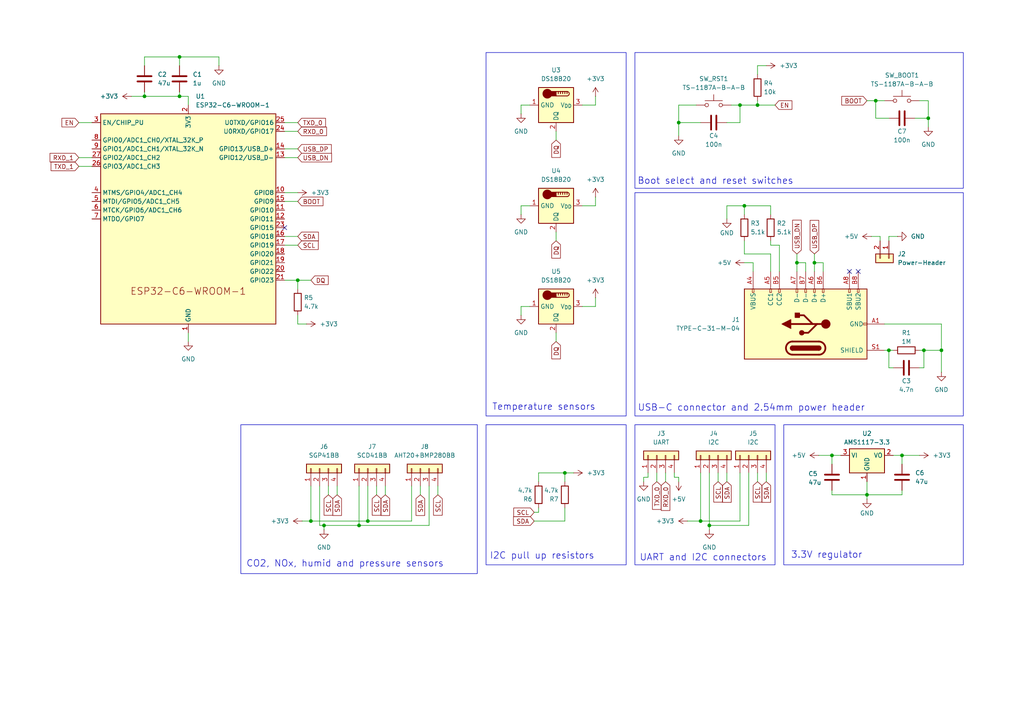
<source format=kicad_sch>
(kicad_sch (version 20250114) (generator "eeschema") (generator_version "9.0")
  (paper "A4")
  (lib_symbols
    (symbol "Connector:USB_C_Receptacle_USB2.0_16P" (pin_names (offset 1.016))
      (property "Reference" "J" (at 0 22.225 0))
      (property "Value" "USB_C_Receptacle_USB2.0_16P" (at 0 19.685 0))
      (symbol "USB_C_Receptacle_USB2.0_16P_0_0"
        (rectangle (start -0.254 -17.78) (end 0.254 -16.764))
        (rectangle (start 10.16 15.494) (end 9.144 14.986))
        (rectangle (start 10.16 10.414) (end 9.144 9.906))
        (rectangle (start 10.16 7.874) (end 9.144 7.366))
        (rectangle (start 10.16 2.794) (end 9.144 2.286))
        (rectangle (start 10.16 0.254) (end 9.144 -0.254))
        (rectangle (start 10.16 -2.286) (end 9.144 -2.794))
        (rectangle (start 10.16 -4.826) (end 9.144 -5.334))
        (rectangle (start 10.16 -12.446) (end 9.144 -12.954))
        (rectangle (start 10.16 -14.986) (end 9.144 -15.494))
      )
      (symbol "USB_C_Receptacle_USB2.0_16P_0_1"
        (rectangle (start -10.16 17.78) (end 10.16 -17.78) (stroke (width 0.254)) (fill (type background)))
        (polyline (pts (xy -8.89 -3.81) (xy -8.89 3.81)) (stroke (width 0.508)))
        (rectangle (start -7.62 -3.81) (end -6.35 3.81) (stroke (width 0.254)) (fill (type outline)))
        (arc (start -7.62 3.81) (mid -6.985 4.4423) (end -6.35 3.81) (stroke (width 0.254)))
        (arc (start -7.62 3.81) (mid -6.985 4.4423) (end -6.35 3.81) (stroke (width 0.254)) (fill (type outline)))
        (arc (start -8.89 3.81) (mid -6.985 5.7067) (end -5.08 3.81) (stroke (width 0.508)))
        (arc (start -5.08 -3.81) (mid -6.985 -5.7067) (end -8.89 -3.81) (stroke (width 0.508)))
        (arc (start -6.35 -3.81) (mid -6.985 -4.4423) (end -7.62 -3.81) (stroke (width 0.254)))
        (arc (start -6.35 -3.81) (mid -6.985 -4.4423) (end -7.62 -3.81) (stroke (width 0.254)) (fill (type outline)))
        (polyline (pts (xy -5.08 3.81) (xy -5.08 -3.81)) (stroke (width 0.508)))
        (circle (center -2.54 1.143) (radius 0.635) (stroke (width 0.254)) (fill (type outline)))
        (polyline (pts (xy -1.27 4.318) (xy 0 6.858) (xy 1.27 4.318) (xy -1.27 4.318)) (stroke (width 0.254)) (fill (type outline)))
        (polyline (pts (xy 0 -2.032) (xy 2.54 0.508) (xy 2.54 1.778)) (stroke (width 0.508)))
        (polyline (pts (xy 0 -3.302) (xy -2.54 -0.762) (xy -2.54 0.508)) (stroke (width 0.508)))
        (polyline (pts (xy 0 -5.842) (xy 0 4.318)) (stroke (width 0.508)))
        (circle (center 0 -5.842) (radius 1.27) (fill (type outline)))
        (rectangle (start 1.905 1.778) (end 3.175 3.048) (stroke (width 0.254)) (fill (type outline)))
      )
      (symbol "USB_C_Receptacle_USB2.0_16P_1_1"
        (pin passive line (at -7.62 -22.86 90) (length 5.08) (name "SHIELD") (number "S1"))
        (pin passive line (at 0 -22.86 90) (length 5.08) (name "GND") (number "A1"))
        (pin passive line (at 0 -22.86 90) (length 5.08) (hide yes) (name "GND") (number "A12"))
        (pin passive line (at 0 -22.86 90) (length 5.08) (hide yes) (name "GND") (number "B1"))
        (pin passive line (at 0 -22.86 90) (length 5.08) (hide yes) (name "GND") (number "B12"))
        (pin passive line (at 15.24 15.24 180) (length 5.08) (name "VBUS") (number "A4"))
        (pin passive line (at 15.24 15.24 180) (length 5.08) (hide yes) (name "VBUS") (number "A9"))
        (pin passive line (at 15.24 15.24 180) (length 5.08) (hide yes) (name "VBUS") (number "B4"))
        (pin passive line (at 15.24 15.24 180) (length 5.08) (hide yes) (name "VBUS") (number "B9"))
        (pin bidirectional line (at 15.24 10.16 180) (length 5.08) (name "CC1") (number "A5"))
        (pin bidirectional line (at 15.24 7.62 180) (length 5.08) (name "CC2") (number "B5"))
        (pin bidirectional line (at 15.24 2.54 180) (length 5.08) (name "D-") (number "A7"))
        (pin bidirectional line (at 15.24 0 180) (length 5.08) (name "D-") (number "B7"))
        (pin bidirectional line (at 15.24 -2.54 180) (length 5.08) (name "D+") (number "A6"))
        (pin bidirectional line (at 15.24 -5.08 180) (length 5.08) (name "D+") (number "B6"))
        (pin bidirectional line (at 15.24 -12.7 180) (length 5.08) (name "SBU1") (number "A8"))
        (pin bidirectional line (at 15.24 -15.24 180) (length 5.08) (name "SBU2") (number "B8"))
      )
    )
    (symbol "Connector_Generic:Conn_01x02" (pin_names (offset 1.016) (hide yes))
      (property "Reference" "J" (at 0 2.54 0))
      (property "Value" "Conn_01x02" (at 0 -5.08 0))
      (symbol "Conn_01x02_1_1"
        (rectangle (start -1.27 1.27) (end 1.27 -3.81) (stroke (width 0.254)) (fill (type background)))
        (rectangle (start -1.27 0.127) (end 0 -0.127) (stroke (width 0.1524)))
        (rectangle (start -1.27 -2.413) (end 0 -2.667) (stroke (width 0.1524)))
        (pin passive line (at -5.08 0 0) (length 3.81) (name "Pin_1") (number "1"))
        (pin passive line (at -5.08 -2.54 0) (length 3.81) (name "Pin_2") (number "2"))
      )
    )
    (symbol "Connector_Generic:Conn_01x04" (pin_names (offset 1.016) (hide yes))
      (property "Reference" "J" (at 0 5.08 0))
      (property "Value" "Conn_01x04" (at 0 -7.62 0))
      (symbol "Conn_01x04_1_1"
        (rectangle (start -1.27 3.81) (end 1.27 -6.35) (stroke (width 0.254)) (fill (type background)))
        (rectangle (start -1.27 2.667) (end 0 2.413) (stroke (width 0.1524)))
        (rectangle (start -1.27 0.127) (end 0 -0.127) (stroke (width 0.1524)))
        (rectangle (start -1.27 -2.413) (end 0 -2.667) (stroke (width 0.1524)))
        (rectangle (start -1.27 -4.953) (end 0 -5.207) (stroke (width 0.1524)))
        (pin passive line (at -5.08 2.54 0) (length 3.81) (name "Pin_1") (number "1"))
        (pin passive line (at -5.08 0 0) (length 3.81) (name "Pin_2") (number "2"))
        (pin passive line (at -5.08 -2.54 0) (length 3.81) (name "Pin_3") (number "3"))
        (pin passive line (at -5.08 -5.08 0) (length 3.81) (name "Pin_4") (number "4"))
      )
    )
    (symbol "Device:C" (pin_numbers (hide yes)) (pin_names (offset 0.254))
      (property "Reference" "C" (at 0.635 2.54 0))
      (property "Value" "C" (at 0.635 -2.54 0))
      (symbol "C_0_1"
        (polyline (pts (xy -2.032 0.762) (xy 2.032 0.762)) (stroke (width 0.508)))
        (polyline (pts (xy -2.032 -0.762) (xy 2.032 -0.762)) (stroke (width 0.508)))
      )
      (symbol "C_1_1"
        (pin passive line (at 0 3.81 270) (length 2.794) (name "~") (number "1"))
        (pin passive line (at 0 -3.81 90) (length 2.794) (name "~") (number "2"))
      )
    )
    (symbol "Device:R" (pin_numbers (hide yes)) (pin_names (offset 0))
      (property "Reference" "R" (at 2.032 0 90))
      (property "Value" "R" (at 0 0 90))
      (symbol "R_0_1"
        (rectangle (start -1.016 -2.54) (end 1.016 2.54) (stroke (width 0.254)))
      )
      (symbol "R_1_1"
        (pin passive line (at 0 3.81 270) (length 1.27) (name "~") (number "1"))
        (pin passive line (at 0 -3.81 90) (length 1.27) (name "~") (number "2"))
      )
    )
    (symbol "PCM_Espressif:ESP32-C6-WROOM-1"
      (property "Reference" "U" (at -25.4 35.56 0))
      (property "Value" "ESP32-C6-WROOM-1" (at -25.4 33.02 0))
      (symbol "ESP32-C6-WROOM-1_0_0"
        (text "ESP32-C6-WROOM-1" (at 0 -20.955 0) (effects (font (size 2 2))))
      )
      (symbol "ESP32-C6-WROOM-1_0_1"
        (rectangle (start -25.4 30.48) (end 25.4 -30.48) (stroke (width 0.254)) (fill (type background)))
      )
      (symbol "ESP32-C6-WROOM-1_1_1"
        (pin input line (at -27.94 27.94 0) (length 2.54) (name "EN/CHIP_PU") (number "3"))
        (pin bidirectional line (at -27.94 22.86 0) (length 2.54) (name "GPIO0/ADC1_CH0/XTAL_32K_P") (number "8"))
        (pin bidirectional line (at -27.94 20.32 0) (length 2.54) (name "GPIO1/ADC1_CH1/XTAL_32K_N") (number "9"))
        (pin bidirectional line (at -27.94 17.78 0) (length 2.54) (name "GPIO2/ADC1_CH2") (number "27"))
        (pin bidirectional line (at -27.94 15.24 0) (length 2.54) (name "GPIO3/ADC1_CH3") (number "26"))
        (pin bidirectional line (at -27.94 7.62 0) (length 2.54) (name "MTMS/GPIO4/ADC1_CH4") (number "4"))
        (pin bidirectional line (at -27.94 5.08 0) (length 2.54) (name "MTDI/GPIO5/ADC1_CH5") (number "5"))
        (pin bidirectional line (at -27.94 2.54 0) (length 2.54) (name "MTCK/GPIO6/ADC1_CH6") (number "6"))
        (pin bidirectional line (at -27.94 0 0) (length 2.54) (name "MTDO/GPIO7") (number "7"))
        (pin no_connect line (at -25.4 -12.7 0) (length 2.54) (hide yes) (name "NC") (number "22"))
        (pin power_in line (at 0 33.02 270) (length 2.54) (name "3V3") (number "2"))
        (pin power_in line (at 0 -33.02 90) (length 2.54) (name "GND") (number "1"))
        (pin passive line (at 0 -33.02 90) (length 2.54) (hide yes) (name "GND") (number "28"))
        (pin passive line (at 0 -33.02 90) (length 2.54) (hide yes) (name "GND") (number "29"))
        (pin bidirectional line (at 27.94 27.94 180) (length 2.54) (name "U0TXD/GPIO16") (number "25"))
        (pin bidirectional line (at 27.94 25.4 180) (length 2.54) (name "U0RXD/GPIO17") (number "24"))
        (pin bidirectional line (at 27.94 20.32 180) (length 2.54) (name "GPIO13/USB_D+") (number "14"))
        (pin bidirectional line (at 27.94 17.78 180) (length 2.54) (name "GPIO12/USB_D-") (number "13"))
        (pin bidirectional line (at 27.94 7.62 180) (length 2.54) (name "GPIO8") (number "10"))
        (pin bidirectional line (at 27.94 5.08 180) (length 2.54) (name "GPIO9") (number "15"))
        (pin bidirectional line (at 27.94 2.54 180) (length 2.54) (name "GPIO10") (number "11"))
        (pin bidirectional line (at 27.94 0 180) (length 2.54) (name "GPIO11") (number "12"))
        (pin bidirectional line (at 27.94 -2.54 180) (length 2.54) (name "GPIO15") (number "23"))
        (pin bidirectional line (at 27.94 -5.08 180) (length 2.54) (name "GPIO18") (number "16"))
        (pin bidirectional line (at 27.94 -7.62 180) (length 2.54) (name "GPIO19") (number "17"))
        (pin bidirectional line (at 27.94 -10.16 180) (length 2.54) (name "GPIO20") (number "18"))
        (pin bidirectional line (at 27.94 -12.7 180) (length 2.54) (name "GPIO21") (number "19"))
        (pin bidirectional line (at 27.94 -15.24 180) (length 2.54) (name "GPIO22") (number "20"))
        (pin bidirectional line (at 27.94 -17.78 180) (length 2.54) (name "GPIO23") (number "21"))
      )
    )
    (symbol "Regulator_Linear:AMS1117-3.3"
      (property "Reference" "U" (at -3.81 3.175 0))
      (property "Value" "AMS1117-3.3" (at 0 3.175 0))
      (symbol "AMS1117-3.3_0_1"
        (rectangle (start -5.08 -5.08) (end 5.08 1.905) (stroke (width 0.254)) (fill (type background)))
      )
      (symbol "AMS1117-3.3_1_1"
        (pin power_in line (at -7.62 0 0) (length 2.54) (name "VI") (number "3"))
        (pin power_in line (at 0 -7.62 90) (length 2.54) (name "GND") (number "1"))
        (pin power_out line (at 7.62 0 180) (length 2.54) (name "VO") (number "2"))
      )
    )
    (symbol "Sensor_Temperature:DS18B20"
      (property "Reference" "U" (at -3.81 6.35 0))
      (property "Value" "DS18B20" (at 6.35 6.35 0))
      (symbol "DS18B20_0_1"
        (rectangle (start -5.08 5.08) (end 5.08 -5.08) (stroke (width 0.254)) (fill (type background)))
        (polyline (pts (xy -3.937 3.175) (xy -3.937 0)) (stroke (width 0.254)))
        (polyline (pts (xy -3.937 3.175) (xy -3.302 3.175)) (stroke (width 0.254)))
        (polyline (pts (xy -3.937 2.54) (xy -3.302 2.54)) (stroke (width 0.254)))
        (polyline (pts (xy -3.937 1.905) (xy -3.302 1.905)) (stroke (width 0.254)))
        (polyline (pts (xy -3.937 1.27) (xy -3.302 1.27)) (stroke (width 0.254)))
        (polyline (pts (xy -3.937 0.635) (xy -3.302 0.635)) (stroke (width 0.254)))
        (arc (start -3.937 3.175) (mid -3.302 3.8073) (end -2.667 3.175) (stroke (width 0.254)))
        (circle (center -3.302 -2.54) (radius 1.27) (stroke (width 0.254)) (fill (type outline)))
        (polyline (pts (xy -2.667 3.175) (xy -2.667 0)) (stroke (width 0.254)))
        (rectangle (start -2.667 -1.905) (end -3.937 0) (stroke (width 0.254)) (fill (type outline)))
      )
      (symbol "DS18B20_1_1"
        (pin power_in line (at 0 7.62 270) (length 2.54) (name "V_{DD}") (number "3"))
        (pin power_in line (at 0 -7.62 90) (length 2.54) (name "GND") (number "1"))
        (pin bidirectional line (at 7.62 0 180) (length 2.54) (name "DQ") (number "2"))
      )
    )
    (symbol "Switch:SW_Push" (pin_numbers (hide yes)) (pin_names (offset 1.016) (hide yes))
      (property "Reference" "SW" (at 1.27 2.54 0))
      (property "Value" "SW_Push" (at 0 -1.524 0))
      (symbol "SW_Push_0_1"
        (circle (center -2.032 0) (radius 0.508))
        (polyline (pts (xy 0 1.27) (xy 0 3.048)))
        (circle (center 2.032 0) (radius 0.508))
        (polyline (pts (xy 2.54 1.27) (xy -2.54 1.27)))
        (pin passive line (at -5.08 0 0) (length 2.54) (name "1") (number "1"))
        (pin passive line (at 5.08 0 180) (length 2.54) (name "2") (number "2"))
      )
    )
    (symbol "power:+3V3" (power) (pin_numbers (hide yes)) (pin_names (offset 0) (hide yes))
      (property "Value" "+3V3" (at 0 3.556 0))
      (symbol "+3V3_0_1"
        (polyline (pts (xy -0.762 1.27) (xy 0 2.54)))
        (polyline (pts (xy 0 2.54) (xy 0.762 1.27)))
        (polyline (pts (xy 0 0) (xy 0 2.54)))
      )
      (symbol "+3V3_1_1"
        (pin power_in line (at 0 0 90) (length 0) (name "~") (number "1"))
      )
    )
    (symbol "power:+5V" (power) (pin_numbers (hide yes)) (pin_names (offset 0) (hide yes))
      (property "Value" "+5V" (at 0 3.556 0))
      (symbol "+5V_0_1"
        (polyline (pts (xy -0.762 1.27) (xy 0 2.54)))
        (polyline (pts (xy 0 2.54) (xy 0.762 1.27)))
        (polyline (pts (xy 0 0) (xy 0 2.54)))
      )
      (symbol "+5V_1_1"
        (pin power_in line (at 0 0 90) (length 0) (name "~") (number "1"))
      )
    )
    (symbol "power:GND" (power) (pin_numbers (hide yes)) (pin_names (offset 0) (hide yes))
      (property "Value" "GND" (at 0 -3.81 0))
      (symbol "GND_0_1"
        (polyline (pts (xy 0 0) (xy 0 -1.27) (xy 1.27 -1.27) (xy 0 -2.54) (xy -1.27 -1.27) (xy 0 -1.27)))
      )
      (symbol "GND_1_1"
        (pin power_in line (at 0 0 270) (length 0) (name "~") (number "1"))
      )
    )
  )
  (rectangle (start 140.97 15.24) (end 181.61 120.65))
  (rectangle (start 140.97 123.19) (end 181.61 163.83))
  (rectangle (start 184.15 55.88) (end 279.4 120.65))
  (rectangle (start 184.15 123.19) (end 224.79 163.83))
  (rectangle (start 227.33 123.19) (end 279.4 163.83))
  (rectangle (start 69.85 123.19) (end 138.43 166.37))
  (rectangle (start 184.15 15.24) (end 279.4 54.61))
  (text "USB-C connector and 2.54mm power header" (at 217.932 118.364 0) (effects (font (size 1.905 1.905))))
  (text "I2C pull up resistors\n" (at 157.226 161.29 0) (effects (font (size 1.905 1.905))))
  (text "3.3V regulator" (at 239.776 161.036 0) (effects (font (size 1.905 1.905))))
  (text "CO2, NOx, humid and pressure sensors" (at 100.076 163.576 0) (effects (font (size 1.905 1.905))))
  (text "UART and I2C connectors\n" (at 203.962 161.798 0) (effects (font (size 1.905 1.905))))
  (text "Boot select and reset switches" (at 207.518 52.578 0) (effects (font (size 1.905 1.905))))
  (text "Temperature sensors\n" (at 157.734 118.11 0) (effects (font (size 1.905 1.905))))
  (junction (at 261.62 132.08))
  (junction (at 86.36 81.28))
  (junction (at 203.2 151.13))
  (junction (at 41.91 27.94))
  (junction (at 163.83 137.16))
  (junction (at 214.63 30.48))
  (junction (at 106.68 151.13))
  (junction (at 215.9 59.69))
  (junction (at 52.07 16.51))
  (junction (at 273.05 101.6))
  (junction (at 196.85 35.56))
  (junction (at 90.17 151.13))
  (junction (at 269.24 34.29))
  (junction (at 219.71 30.48))
  (junction (at 52.07 27.94))
  (junction (at 93.98 152.4))
  (junction (at 231.14 76.2))
  (junction (at 205.74 152.4))
  (junction (at 254 29.21))
  (junction (at 267.97 101.6))
  (junction (at 104.14 152.4))
  (junction (at 257.81 101.6))
  (junction (at 241.3 132.08))
  (junction (at 251.46 143.51))
  (junction (at 236.22 76.2))
  (no_connect (at 248.92 78.74))
  (no_connect (at 82.55 66.04))
  (no_connect (at 246.38 78.74))
  (wire (pts (xy 223.52 78.74) (xy 223.52 73.66)))
  (wire (pts (xy 233.68 78.74) (xy 233.68 76.2)))
  (wire (pts (xy 82.55 81.28) (xy 86.36 81.28)))
  (wire (pts (xy 90.17 151.13) (xy 90.17 140.97)))
  (wire (pts (xy 254 29.21) (xy 254 34.29)))
  (wire (pts (xy 238.76 78.74) (xy 238.76 76.2)))
  (wire (pts (xy 251.46 143.51) (xy 251.46 144.78)))
  (wire (pts (xy 273.05 93.98) (xy 273.05 101.6)))
  (wire (pts (xy 38.1 27.94) (xy 41.91 27.94)))
  (wire (pts (xy 92.71 152.4) (xy 92.71 140.97)))
  (wire (pts (xy 257.81 101.6) (xy 257.81 106.68)))
  (wire (pts (xy 168.91 30.48) (xy 172.72 30.48)))
  (wire (pts (xy 219.71 137.16) (xy 219.71 139.7)))
  (wire (pts (xy 82.55 38.1) (xy 86.36 38.1)))
  (wire (pts (xy 255.27 69.85) (xy 255.27 68.58)))
  (wire (pts (xy 210.82 137.16) (xy 210.82 139.7)))
  (wire (pts (xy 205.74 137.16) (xy 205.74 152.4)))
  (wire (pts (xy 82.55 71.12) (xy 86.36 71.12)))
  (wire (pts (xy 190.5 137.16) (xy 190.5 139.7)))
  (wire (pts (xy 251.46 29.21) (xy 254 29.21)))
  (wire (pts (xy 52.07 26.67) (xy 52.07 27.94)))
  (wire (pts (xy 93.98 152.4) (xy 104.14 152.4)))
  (wire (pts (xy 82.55 58.42) (xy 86.36 58.42)))
  (wire (pts (xy 205.74 152.4) (xy 205.74 153.67)))
  (wire (pts (xy 261.62 132.08) (xy 266.7 132.08)))
  (wire (pts (xy 241.3 132.08) (xy 243.84 132.08)))
  (wire (pts (xy 214.63 30.48) (xy 219.71 30.48)))
  (wire (pts (xy 119.38 140.97) (xy 119.38 151.13)))
  (wire (pts (xy 22.86 48.26) (xy 26.67 48.26)))
  (wire (pts (xy 215.9 73.66) (xy 215.9 69.85)))
  (wire (pts (xy 214.63 137.16) (xy 214.63 151.13)))
  (wire (pts (xy 63.5 16.51) (xy 63.5 19.05)))
  (wire (pts (xy 41.91 27.94) (xy 52.07 27.94)))
  (wire (pts (xy 151.13 33.02) (xy 151.13 30.48)))
  (wire (pts (xy 236.22 76.2) (xy 238.76 76.2)))
  (wire (pts (xy 163.83 137.16) (xy 163.83 139.7)))
  (wire (pts (xy 251.46 143.51) (xy 261.62 143.51)))
  (wire (pts (xy 111.76 140.97) (xy 111.76 143.51)))
  (wire (pts (xy 266.7 106.68) (xy 267.97 106.68)))
  (wire (pts (xy 223.52 59.69) (xy 223.52 62.23)))
  (wire (pts (xy 256.54 93.98) (xy 273.05 93.98)))
  (wire (pts (xy 161.29 96.52) (xy 161.29 99.06)))
  (wire (pts (xy 199.39 151.13) (xy 203.2 151.13)))
  (wire (pts (xy 266.7 101.6) (xy 267.97 101.6)))
  (wire (pts (xy 252.73 68.58) (xy 255.27 68.58)))
  (wire (pts (xy 217.17 152.4) (xy 205.74 152.4)))
  (wire (pts (xy 154.94 151.13) (xy 163.83 151.13)))
  (wire (pts (xy 223.52 73.66) (xy 215.9 73.66)))
  (wire (pts (xy 166.37 137.16) (xy 163.83 137.16)))
  (wire (pts (xy 241.3 143.51) (xy 251.46 143.51)))
  (wire (pts (xy 231.14 76.2) (xy 231.14 78.74)))
  (wire (pts (xy 172.72 59.69) (xy 172.72 57.15)))
  (wire (pts (xy 161.29 38.1) (xy 161.29 40.64)))
  (wire (pts (xy 86.36 93.98) (xy 86.36 91.44)))
  (wire (pts (xy 86.36 81.28) (xy 86.36 83.82)))
  (wire (pts (xy 219.71 29.21) (xy 219.71 30.48)))
  (wire (pts (xy 97.79 140.97) (xy 97.79 143.51)))
  (wire (pts (xy 261.62 134.62) (xy 261.62 132.08)))
  (wire (pts (xy 222.25 137.16) (xy 222.25 139.7)))
  (wire (pts (xy 161.29 67.31) (xy 161.29 69.85)))
  (wire (pts (xy 269.24 34.29) (xy 269.24 29.21)))
  (wire (pts (xy 82.55 35.56) (xy 86.36 35.56)))
  (wire (pts (xy 172.72 30.48) (xy 172.72 27.94)))
  (wire (pts (xy 231.14 73.66) (xy 231.14 76.2)))
  (wire (pts (xy 22.86 35.56) (xy 26.67 35.56)))
  (wire (pts (xy 52.07 27.94) (xy 54.61 27.94)))
  (wire (pts (xy 251.46 139.7) (xy 251.46 143.51)))
  (wire (pts (xy 196.85 138.43) (xy 195.58 138.43)))
  (wire (pts (xy 154.94 148.59) (xy 156.21 148.59)))
  (wire (pts (xy 265.43 34.29) (xy 269.24 34.29)))
  (wire (pts (xy 273.05 101.6) (xy 273.05 107.95)))
  (wire (pts (xy 210.82 63.5) (xy 210.82 59.69)))
  (wire (pts (xy 223.52 71.12) (xy 226.06 71.12)))
  (wire (pts (xy 87.63 151.13) (xy 90.17 151.13)))
  (wire (pts (xy 267.97 106.68) (xy 267.97 101.6)))
  (wire (pts (xy 237.49 132.08) (xy 241.3 132.08)))
  (wire (pts (xy 269.24 34.29) (xy 269.24 36.83)))
  (wire (pts (xy 218.44 78.74) (xy 218.44 76.2)))
  (wire (pts (xy 219.71 19.05) (xy 222.25 19.05)))
  (wire (pts (xy 195.58 138.43) (xy 195.58 137.16)))
  (wire (pts (xy 223.52 69.85) (xy 223.52 71.12)))
  (wire (pts (xy 82.55 68.58) (xy 86.36 68.58)))
  (wire (pts (xy 156.21 139.7) (xy 156.21 137.16)))
  (wire (pts (xy 82.55 55.88) (xy 86.36 55.88)))
  (wire (pts (xy 156.21 148.59) (xy 156.21 147.32)))
  (wire (pts (xy 82.55 43.18) (xy 86.36 43.18)))
  (wire (pts (xy 226.06 71.12) (xy 226.06 78.74)))
  (wire (pts (xy 261.62 142.24) (xy 261.62 143.51)))
  (wire (pts (xy 88.9 93.98) (xy 86.36 93.98)))
  (wire (pts (xy 41.91 19.05) (xy 41.91 16.51)))
  (wire (pts (xy 257.81 101.6) (xy 259.08 101.6)))
  (wire (pts (xy 196.85 30.48) (xy 196.85 35.56)))
  (wire (pts (xy 168.91 59.69) (xy 172.72 59.69)))
  (wire (pts (xy 124.46 152.4) (xy 104.14 152.4)))
  (wire (pts (xy 109.22 140.97) (xy 109.22 143.51)))
  (wire (pts (xy 186.69 138.43) (xy 187.96 138.43)))
  (wire (pts (xy 215.9 59.69) (xy 215.9 62.23)))
  (wire (pts (xy 186.69 138.43) (xy 186.69 139.7)))
  (wire (pts (xy 257.81 69.85) (xy 257.81 68.58)))
  (wire (pts (xy 163.83 151.13) (xy 163.83 147.32)))
  (wire (pts (xy 219.71 21.59) (xy 219.71 19.05)))
  (wire (pts (xy 54.61 30.48) (xy 54.61 27.94)))
  (wire (pts (xy 52.07 16.51) (xy 52.07 19.05)))
  (wire (pts (xy 151.13 59.69) (xy 153.67 59.69)))
  (wire (pts (xy 156.21 137.16) (xy 163.83 137.16)))
  (wire (pts (xy 201.93 30.48) (xy 196.85 30.48)))
  (wire (pts (xy 82.55 45.72) (xy 86.36 45.72)))
  (wire (pts (xy 257.81 106.68) (xy 259.08 106.68)))
  (wire (pts (xy 41.91 16.51) (xy 52.07 16.51)))
  (wire (pts (xy 217.17 137.16) (xy 217.17 152.4)))
  (wire (pts (xy 54.61 96.52) (xy 54.61 99.06)))
  (wire (pts (xy 214.63 35.56) (xy 214.63 30.48)))
  (wire (pts (xy 193.04 137.16) (xy 193.04 139.7)))
  (wire (pts (xy 210.82 59.69) (xy 215.9 59.69)))
  (wire (pts (xy 208.28 137.16) (xy 208.28 139.7)))
  (wire (pts (xy 212.09 30.48) (xy 214.63 30.48)))
  (wire (pts (xy 267.97 101.6) (xy 273.05 101.6)))
  (wire (pts (xy 215.9 59.69) (xy 223.52 59.69)))
  (wire (pts (xy 236.22 73.66) (xy 236.22 76.2)))
  (wire (pts (xy 203.2 151.13) (xy 203.2 137.16)))
  (wire (pts (xy 104.14 140.97) (xy 104.14 152.4)))
  (wire (pts (xy 22.86 45.72) (xy 26.67 45.72)))
  (wire (pts (xy 236.22 76.2) (xy 236.22 78.74)))
  (wire (pts (xy 241.3 134.62) (xy 241.3 132.08)))
  (wire (pts (xy 168.91 88.9) (xy 172.72 88.9)))
  (wire (pts (xy 196.85 35.56) (xy 196.85 39.37)))
  (wire (pts (xy 121.92 140.97) (xy 121.92 143.51)))
  (wire (pts (xy 196.85 138.43) (xy 196.85 139.7)))
  (wire (pts (xy 210.82 35.56) (xy 214.63 35.56)))
  (wire (pts (xy 86.36 81.28) (xy 90.17 81.28)))
  (wire (pts (xy 261.62 132.08) (xy 259.08 132.08)))
  (wire (pts (xy 90.17 151.13) (xy 106.68 151.13)))
  (wire (pts (xy 124.46 140.97) (xy 124.46 152.4)))
  (wire (pts (xy 266.7 29.21) (xy 269.24 29.21)))
  (wire (pts (xy 254 29.21) (xy 256.54 29.21)))
  (wire (pts (xy 203.2 35.56) (xy 196.85 35.56)))
  (wire (pts (xy 52.07 16.51) (xy 63.5 16.51)))
  (wire (pts (xy 106.68 151.13) (xy 119.38 151.13)))
  (wire (pts (xy 257.81 68.58) (xy 260.35 68.58)))
  (wire (pts (xy 127 140.97) (xy 127 143.51)))
  (wire (pts (xy 41.91 27.94) (xy 41.91 26.67)))
  (wire (pts (xy 93.98 152.4) (xy 92.71 152.4)))
  (wire (pts (xy 106.68 151.13) (xy 106.68 140.97)))
  (wire (pts (xy 151.13 62.23) (xy 151.13 59.69)))
  (wire (pts (xy 218.44 76.2) (xy 215.9 76.2)))
  (wire (pts (xy 93.98 152.4) (xy 93.98 153.67)))
  (wire (pts (xy 219.71 30.48) (xy 224.79 30.48)))
  (wire (pts (xy 231.14 76.2) (xy 233.68 76.2)))
  (wire (pts (xy 214.63 151.13) (xy 203.2 151.13)))
  (wire (pts (xy 151.13 88.9) (xy 153.67 88.9)))
  (wire (pts (xy 95.25 140.97) (xy 95.25 143.51)))
  (wire (pts (xy 257.81 34.29) (xy 254 34.29)))
  (wire (pts (xy 151.13 30.48) (xy 153.67 30.48)))
  (wire (pts (xy 256.54 101.6) (xy 257.81 101.6)))
  (wire (pts (xy 241.3 142.24) (xy 241.3 143.51)))
  (wire (pts (xy 151.13 91.44) (xy 151.13 88.9)))
  (wire (pts (xy 172.72 88.9) (xy 172.72 86.36)))
  (wire (pts (xy 187.96 138.43) (xy 187.96 137.16)))
  (global_label "SCL" (shape input) (at 95.25 143.51 270) (property "Intersheetrefs" "${INTERSHEET_REFS}" (effects (hide yes))))
  (global_label "DQ" (shape input) (at 90.17 81.28 0) (property "Intersheetrefs" "${INTERSHEET_REFS}" (effects (hide yes))))
  (global_label "TXD_0" (shape input) (at 86.36 35.56 0) (property "Intersheetrefs" "${INTERSHEET_REFS}" (effects (hide yes))))
  (global_label "DQ" (shape input) (at 161.29 99.06 270) (property "Intersheetrefs" "${INTERSHEET_REFS}" (effects (hide yes))))
  (global_label "SDA" (shape input) (at 97.79 143.51 270) (property "Intersheetrefs" "${INTERSHEET_REFS}" (effects (hide yes))))
  (global_label "USB_DN" (shape input) (at 231.14 73.66 90) (property "Intersheetrefs" "${INTERSHEET_REFS}" (effects (hide yes))))
  (global_label "RXD_1" (shape input) (at 22.86 45.72 180) (property "Intersheetrefs" "${INTERSHEET_REFS}" (effects (hide yes))))
  (global_label "SDA" (shape input) (at 222.25 139.7 270) (property "Intersheetrefs" "${INTERSHEET_REFS}" (effects (hide yes))))
  (global_label "RXD_0" (shape input) (at 193.04 139.7 270) (property "Intersheetrefs" "${INTERSHEET_REFS}" (effects (hide yes))))
  (global_label "RXD_0" (shape input) (at 86.36 38.1 0) (property "Intersheetrefs" "${INTERSHEET_REFS}" (effects (hide yes))))
  (global_label "SDA" (shape input) (at 154.94 151.13 180) (property "Intersheetrefs" "${INTERSHEET_REFS}" (effects (hide yes))))
  (global_label "USB_DP" (shape input) (at 236.22 73.66 90) (property "Intersheetrefs" "${INTERSHEET_REFS}" (effects (hide yes))))
  (global_label "BOOT" (shape input) (at 86.36 58.42 0) (property "Intersheetrefs" "${INTERSHEET_REFS}" (effects (hide yes))))
  (global_label "SCL" (shape input) (at 208.28 139.7 270) (property "Intersheetrefs" "${INTERSHEET_REFS}" (effects (hide yes))))
  (global_label "TXD_0" (shape input) (at 190.5 139.7 270) (property "Intersheetrefs" "${INTERSHEET_REFS}" (effects (hide yes))))
  (global_label "SCL" (shape input) (at 219.71 139.7 270) (property "Intersheetrefs" "${INTERSHEET_REFS}" (effects (hide yes))))
  (global_label "SCL" (shape input) (at 154.94 148.59 180) (property "Intersheetrefs" "${INTERSHEET_REFS}" (effects (hide yes))))
  (global_label "BOOT" (shape input) (at 251.46 29.21 180) (property "Intersheetrefs" "${INTERSHEET_REFS}" (effects (hide yes))))
  (global_label "SCL" (shape input) (at 109.22 143.51 270) (property "Intersheetrefs" "${INTERSHEET_REFS}" (effects (hide yes))))
  (global_label "SDA" (shape input) (at 86.36 68.58 0) (property "Intersheetrefs" "${INTERSHEET_REFS}" (effects (hide yes))))
  (global_label "USB_DN" (shape input) (at 86.36 45.72 0) (property "Intersheetrefs" "${INTERSHEET_REFS}" (effects (hide yes))))
  (global_label "USB_DP" (shape input) (at 86.36 43.18 0) (property "Intersheetrefs" "${INTERSHEET_REFS}" (effects (hide yes))))
  (global_label "SDA" (shape input) (at 121.92 143.51 270) (property "Intersheetrefs" "${INTERSHEET_REFS}" (effects (hide yes))))
  (global_label "EN" (shape input) (at 22.86 35.56 180) (property "Intersheetrefs" "${INTERSHEET_REFS}" (effects (hide yes))))
  (global_label "SCL" (shape input) (at 127 143.51 270) (property "Intersheetrefs" "${INTERSHEET_REFS}" (effects (hide yes))))
  (global_label "SDA" (shape input) (at 210.82 139.7 270) (property "Intersheetrefs" "${INTERSHEET_REFS}" (effects (hide yes))))
  (global_label "TXD_1" (shape input) (at 22.86 48.26 180) (property "Intersheetrefs" "${INTERSHEET_REFS}" (effects (hide yes))))
  (global_label "SDA" (shape input) (at 111.76 143.51 270) (property "Intersheetrefs" "${INTERSHEET_REFS}" (effects (hide yes))))
  (global_label "DQ" (shape input) (at 161.29 40.64 270) (property "Intersheetrefs" "${INTERSHEET_REFS}" (effects (hide yes))))
  (global_label "DQ" (shape input) (at 161.29 69.85 270) (property "Intersheetrefs" "${INTERSHEET_REFS}" (effects (hide yes))))
  (global_label "EN" (shape input) (at 224.79 30.48 0) (property "Intersheetrefs" "${INTERSHEET_REFS}" (effects (hide yes))))
  (global_label "SCL" (shape input) (at 86.36 71.12 0) (property "Intersheetrefs" "${INTERSHEET_REFS}" (effects (hide yes))))
  (symbol (lib_id "power:GND") (at 210.82 63.5 0) (unit 1)
    (property "Reference" "#PWR04" (effects (hide yes)))
    (property "Value" "GND" (at 210.82 67.564 0))
    (property "Description" "Power symbol creates a global label with name \"GND\" , ground" (effects (hide yes)))
  )
  (symbol (lib_id "power:+5V") (at 196.85 139.7 180) (unit 1)
    (property "Reference" "#PWR026" (effects (hide yes)))
    (property "Value" "+5V" (at 196.85 144.78 0))
    (property "Description" "Power symbol creates a global label with name \"+5V\"" (effects (hide yes)))
  )
  (symbol (lib_id "Device:C") (at 41.91 22.86 0) (unit 1)
    (property "Reference" "C2" (at 45.72 21.5899 0) (effects (justify left)))
    (property "Value" "47u" (at 45.72 24.1299 0) (effects (justify left)))
    (property "Footprint" "Capacitor_SMD:C_0805_2012Metric" (effects (hide yes)))
    (property "Description" "Unpolarized capacitor" (effects (hide yes)))
    (property "MFR" "CL21A476MQYNNNE" (effects (hide yes)))
  )
  (symbol (lib_id "power:+3V3") (at 172.72 57.15 0) (unit 1)
    (property "Reference" "#PWR019" (effects (hide yes)))
    (property "Value" "+3V3" (at 172.72 52.07 0))
    (property "Description" "Power symbol creates a global label with name \"+3V3\"" (effects (hide yes)))
  )
  (symbol (lib_id "power:+3V3") (at 88.9 93.98 270) (unit 1)
    (property "Reference" "#PWR024" (effects (hide yes)))
    (property "Value" "+3V3" (at 92.71 93.9799 90) (effects (justify left)))
    (property "Description" "Power symbol creates a global label with name \"+3V3\"" (effects (hide yes)))
  )
  (symbol (lib_id "power:GND") (at 63.5 19.05 0) (unit 1)
    (property "Reference" "#PWR06" (effects (hide yes)))
    (property "Value" "GND" (at 63.5 24.13 0))
    (property "Description" "Power symbol creates a global label with name \"GND\" , ground" (effects (hide yes)))
  )
  (symbol (lib_id "power:+3V3") (at 266.7 132.08 270) (unit 1)
    (property "Reference" "#PWR010" (effects (hide yes)))
    (property "Value" "+3V3" (at 270.51 132.0799 90) (effects (justify left)))
    (property "Description" "Power symbol creates a global label with name \"+3V3\"" (effects (hide yes)))
  )
  (symbol (lib_id "power:GND") (at 151.13 62.23 0) (unit 1)
    (property "Reference" "#PWR018" (effects (hide yes)))
    (property "Value" "GND" (at 151.13 67.31 0))
    (property "Description" "Power symbol creates a global label with name \"GND\" , ground" (effects (hide yes)))
  )
  (symbol (lib_id "power:GND") (at 273.05 107.95 0) (unit 1)
    (property "Reference" "#PWR05" (effects (hide yes)))
    (property "Value" "GND" (at 273.05 113.03 0))
    (property "Description" "Power symbol creates a global label with name \"GND\" , ground" (effects (hide yes)))
  )
  (symbol (lib_id "power:GND") (at 196.85 39.37 0) (unit 1)
    (property "Reference" "#PWR07" (effects (hide yes)))
    (property "Value" "GND" (at 196.85 44.45 0))
    (property "Description" "Power symbol creates a global label with name \"GND\" , ground" (effects (hide yes)))
  )
  (symbol (lib_id "Switch:SW_Push") (at 261.62 29.21 0) (unit 1)
    (property "Reference" "SW_BOOT1" (at 261.62 21.844 0))
    (property "Value" "TS-1187A-B-A-B" (at 261.62 24.384 0))
    (property "Footprint" "Button_Switch_SMD:SW_Push_1P1T_XKB_TS-1187A" (effects (hide yes)))
    (property "Description" "Push button switch, generic, two pins" (effects (hide yes)))
    (property "MFR" "TS-1187A-B-A-B" (effects (hide yes)))
  )
  (symbol (lib_id "Device:R") (at 156.21 143.51 0) (unit 1)
    (property "Reference" "R6" (at 154.432 144.78 0) (effects (justify right)))
    (property "Value" "4.7k" (at 154.432 142.24 0) (effects (justify right)))
    (property "Footprint" "Resistor_SMD:R_0402_1005Metric" (effects (hide yes)))
    (property "Description" "Resistor" (effects (hide yes)))
    (property "MFR" "0402WGF4701TCE" (effects (hide yes)))
  )
  (symbol (lib_id "Device:R") (at 215.9 66.04 180) (unit 1)
    (property "Reference" "R3" (at 217.678 64.77 0) (effects (justify right)))
    (property "Value" "5.1k" (at 217.678 67.31 0) (effects (justify right)))
    (property "Footprint" "Resistor_SMD:R_0402_1005Metric" (effects (hide yes)))
    (property "Description" "Resistor" (effects (hide yes)))
    (property "MFR" "0402WGF5101TCE" (effects (hide yes)))
  )
  (symbol (lib_id "Sensor_Temperature:DS18B20") (at 161.29 30.48 270) (unit 1)
    (property "Reference" "U3" (at 161.29 20.32 90))
    (property "Value" "DS18B20" (at 161.29 22.86 90))
    (property "Footprint" "Package_TO_SOT_THT:TO-92_Inline" (effects (hide yes)))
    (property "Datasheet" "http://datasheets.maximintegrated.com/en/ds/DS18B20.pdf" (effects (hide yes)))
    (property "Description" "Programmable Resolution 1-Wire Digital Thermometer TO-92" (effects (hide yes)))
  )
  (symbol (lib_id "Device:R") (at 86.36 87.63 180) (unit 1)
    (property "Reference" "R5" (at 88.138 86.36 0) (effects (justify right)))
    (property "Value" "4.7k" (at 88.138 88.9 0) (effects (justify right)))
    (property "Footprint" "Resistor_SMD:R_0402_1005Metric" (effects (hide yes)))
    (property "Description" "Resistor" (effects (hide yes)))
    (property "MFR" "0402WGF4701TCE" (effects (hide yes)))
  )
  (symbol (lib_id "PCM_Espressif:ESP32-C6-WROOM-1") (at 54.61 63.5 0) (unit 1)
    (property "Reference" "U1" (at 56.7533 27.94 0) (effects (justify left)))
    (property "Value" "ESP32-C6-WROOM-1" (at 56.7533 30.48 0) (effects (justify left)))
    (property "Footprint" "PCM_Espressif:ESP32-C6-WROOM-1" (effects (hide yes)))
    (property "Datasheet" "https://www.espressif.com/sites/default/files/documentation/esp32-c6-wroom-1_wroom-1u_datasheet_en.pdf" (effects (hide yes)))
    (property "Description" "ESP32-C6-WROOM-1/U is a module that supports 2.4 GHz Wi-Fi 6 (802.11 ax), Bluetooth® 5 (LE), Zigbee and Thread (802.15.4)" (effects (hide yes)))
  )
  (symbol (lib_id "Connector_Generic:Conn_01x04") (at 121.92 135.89 90) (unit 1)
    (property "Reference" "J8" (at 123.19 129.54 90))
    (property "Value" "AHT20+BMP280BB" (at 123.19 132.08 90))
    (property "Footprint" "Connector_PinHeader_2.54mm:PinHeader_1x04_P2.54mm_Vertical" (effects (hide yes)))
    (property "Description" "Generic connector, single row, 01x04, script generated (kicad-library-utils/schlib/autogen/connector/)" (effects (hide yes)))
  )
  (symbol (lib_id "Connector_Generic:Conn_01x04") (at 106.68 135.89 90) (unit 1)
    (property "Reference" "J7" (at 107.95 129.54 90))
    (property "Value" "SCD41BB" (at 107.95 132.08 90))
    (property "Footprint" "Connector_PinHeader_2.54mm:PinHeader_1x04_P2.54mm_Vertical" (effects (hide yes)))
    (property "Description" "Generic connector, single row, 01x04, script generated (kicad-library-utils/schlib/autogen/connector/)" (effects (hide yes)))
  )
  (symbol (lib_id "power:+5V") (at 252.73 68.58 90) (unit 1)
    (property "Reference" "#PWR016" (effects (hide yes)))
    (property "Value" "+5V" (at 248.92 68.5799 90) (effects (justify left)))
    (property "Description" "Power symbol creates a global label with name \"+5V\"" (effects (hide yes)))
  )
  (symbol (lib_id "power:GND") (at 186.69 139.7 0) (unit 1)
    (property "Reference" "#PWR025" (effects (hide yes)))
    (property "Value" "GND" (at 186.69 144.78 0))
    (property "Description" "Power symbol creates a global label with name \"GND\" , ground" (effects (hide yes)))
  )
  (symbol (lib_id "Device:C") (at 262.89 106.68 270) (unit 1)
    (property "Reference" "C3" (at 262.89 110.49 90))
    (property "Value" "4.7n" (at 262.89 113.03 90))
    (property "Footprint" "Capacitor_SMD:C_0402_1005Metric" (effects (hide yes)))
    (property "Description" "Unpolarized capacitor" (effects (hide yes)))
    (property "MFR" "0402B472K500NT" (effects (hide yes)))
  )
  (symbol (lib_id "power:+3V3") (at 222.25 19.05 270) (unit 1)
    (property "Reference" "#PWR013" (effects (hide yes)))
    (property "Value" "+3V3" (at 226.06 19.0499 90) (effects (justify left)))
    (property "Description" "Power symbol creates a global label with name \"+3V3\"" (effects (hide yes)))
  )
  (symbol (lib_id "Connector_Generic:Conn_01x04") (at 217.17 132.08 90) (unit 1)
    (property "Reference" "J5" (at 218.44 125.73 90))
    (property "Value" "I2C" (at 218.44 128.27 90))
    (property "Footprint" "Connector_PinHeader_2.54mm:PinHeader_1x04_P2.54mm_Vertical" (effects (hide yes)))
    (property "Description" "Generic connector, single row, 01x04, script generated (kicad-library-utils/schlib/autogen/connector/)" (effects (hide yes)))
  )
  (symbol (lib_id "power:GND") (at 260.35 68.58 90) (unit 1)
    (property "Reference" "#PWR017" (effects (hide yes)))
    (property "Value" "GND" (at 264.16 68.5799 90) (effects (justify right)))
    (property "Description" "Power symbol creates a global label with name \"GND\" , ground" (effects (hide yes)))
  )
  (symbol (lib_id "power:+3V3") (at 38.1 27.94 90) (unit 1)
    (property "Reference" "#PWR02" (effects (hide yes)))
    (property "Value" "+3V3" (at 34.29 27.9399 90) (effects (justify left)))
    (property "Description" "Power symbol creates a global label with name \"+3V3\"" (effects (hide yes)))
  )
  (symbol (lib_id "Device:R") (at 262.89 101.6 270) (unit 1)
    (property "Reference" "R1" (at 262.89 96.52 90))
    (property "Value" "1M" (at 262.89 99.06 90))
    (property "Footprint" "Resistor_SMD:R_0402_1005Metric" (effects (hide yes)))
    (property "Description" "Resistor" (effects (hide yes)))
    (property "MFR" "0402WGF1004TCE" (effects (hide yes)))
  )
  (symbol (lib_id "Device:R") (at 219.71 25.4 180) (unit 1)
    (property "Reference" "R4" (at 221.488 24.13 0) (effects (justify right)))
    (property "Value" "10k" (at 221.488 26.67 0) (effects (justify right)))
    (property "Footprint" "Resistor_SMD:R_0402_1005Metric" (effects (hide yes)))
    (property "Description" "Resistor" (effects (hide yes)))
    (property "MFR" "0402WGF1002TCE" (effects (hide yes)))
  )
  (symbol (lib_id "Regulator_Linear:AMS1117-3.3") (at 251.46 132.08 0) (unit 1)
    (property "Reference" "U2" (at 251.46 125.73 0))
    (property "Value" "AMS1117-3.3" (at 251.46 128.27 0))
    (property "Footprint" "Package_TO_SOT_SMD:SOT-223-3_TabPin2" (effects (hide yes)))
    (property "Datasheet" "http://www.advanced-monolithic.com/pdf/ds1117.pdf" (effects (hide yes)))
    (property "Description" "1A Low Dropout regulator, positive, 3.3V fixed output, SOT-223" (effects (hide yes)))
  )
  (symbol (lib_id "Device:R") (at 223.52 66.04 180) (unit 1)
    (property "Reference" "R2" (at 225.298 64.77 0) (effects (justify right)))
    (property "Value" "5.1k" (at 225.298 67.31 0) (effects (justify right)))
    (property "Footprint" "Resistor_SMD:R_0402_1005Metric" (effects (hide yes)))
    (property "Description" "Resistor" (effects (hide yes)))
    (property "MFR" "0402WGF5101TCE" (effects (hide yes)))
  )
  (symbol (lib_id "power:+5V") (at 215.9 76.2 90) (unit 1)
    (property "Reference" "#PWR03" (effects (hide yes)))
    (property "Value" "+5V" (at 212.09 76.1999 90) (effects (justify left)))
    (property "Description" "Power symbol creates a global label with name \"+5V\"" (effects (hide yes)))
  )
  (symbol (lib_id "Sensor_Temperature:DS18B20") (at 161.29 88.9 270) (unit 1)
    (property "Reference" "U5" (at 161.29 78.74 90))
    (property "Value" "DS18B20" (at 161.29 81.28 90))
    (property "Footprint" "Package_TO_SOT_THT:TO-92_Inline" (effects (hide yes)))
    (property "Datasheet" "http://datasheets.maximintegrated.com/en/ds/DS18B20.pdf" (effects (hide yes)))
    (property "Description" "Programmable Resolution 1-Wire Digital Thermometer TO-92" (effects (hide yes)))
  )
  (symbol (lib_id "Sensor_Temperature:DS18B20") (at 161.29 59.69 270) (unit 1)
    (property "Reference" "U4" (at 161.29 49.53 90))
    (property "Value" "DS18B20" (at 161.29 52.07 90))
    (property "Footprint" "Package_TO_SOT_THT:TO-92_Inline" (effects (hide yes)))
    (property "Datasheet" "http://datasheets.maximintegrated.com/en/ds/DS18B20.pdf" (effects (hide yes)))
    (property "Description" "Programmable Resolution 1-Wire Digital Thermometer TO-92" (effects (hide yes)))
  )
  (symbol (lib_id "power:GND") (at 269.24 36.83 0) (unit 1)
    (property "Reference" "#PWR012" (effects (hide yes)))
    (property "Value" "GND" (at 269.24 41.91 0))
    (property "Description" "Power symbol creates a global label with name \"GND\" , ground" (effects (hide yes)))
  )
  (symbol (lib_id "Connector_Generic:Conn_01x02") (at 257.81 74.93 270) (unit 1)
    (property "Reference" "J2" (at 260.35 73.6599 90) (effects (justify left)))
    (property "Value" "Power-Header" (at 260.35 76.1999 90) (effects (justify left)))
    (property "Footprint" "Connector_PinHeader_2.54mm:PinHeader_1x02_P2.54mm_Vertical" (effects (hide yes)))
    (property "Description" "Generic connector, single row, 01x02, script generated (kicad-library-utils/schlib/autogen/connector/)" (effects (hide yes)))
  )
  (symbol (lib_id "Device:C") (at 207.01 35.56 90) (unit 1)
    (property "Reference" "C4" (at 207.01 39.37 90))
    (property "Value" "100n" (at 207.01 41.91 90))
    (property "Footprint" "Capacitor_SMD:C_0402_1005Metric" (effects (hide yes)))
    (property "Description" "Unpolarized capacitor" (effects (hide yes)))
    (property "MFR" "CL05B104KO5NNNC" (effects (hide yes)))
  )
  (symbol (lib_id "power:+3V3") (at 166.37 137.16 270) (unit 1)
    (property "Reference" "#PWR029" (effects (hide yes)))
    (property "Value" "+3V3" (at 170.18 137.1599 90) (effects (justify left)))
    (property "Description" "Power symbol creates a global label with name \"+3V3\"" (effects (hide yes)))
  )
  (symbol (lib_id "power:GND") (at 205.74 153.67 0) (unit 1)
    (property "Reference" "#PWR028" (effects (hide yes)))
    (property "Value" "GND" (at 205.74 158.75 0))
    (property "Description" "Power symbol creates a global label with name \"GND\" , ground" (effects (hide yes)))
  )
  (symbol (lib_id "power:GND") (at 151.13 91.44 0) (unit 1)
    (property "Reference" "#PWR020" (effects (hide yes)))
    (property "Value" "GND" (at 151.13 96.52 0))
    (property "Description" "Power symbol creates a global label with name \"GND\" , ground" (effects (hide yes)))
  )
  (symbol (lib_id "Connector:USB_C_Receptacle_USB2.0_16P") (at 233.68 93.98 90) (unit 1)
    (property "Reference" "J1" (at 214.63 92.7099 90) (effects (justify left)))
    (property "Value" "TYPE-C-31-M-04" (at 214.63 95.2499 90) (effects (justify left)))
    (property "Footprint" "Connector_USB:USB_C_Receptacle_HRO_TYPE-C-31-M-12" (effects (hide yes)))
    (property "Datasheet" "https://www.usb.org/sites/default/files/documents/usb_type-c.zip" (effects (hide yes)))
    (property "Description" "USB 2.0-only 16P Type-C Receptacle connector" (effects (hide yes)))
    (property "MFR" "TYPE-C-31-M-04" (effects (hide yes)))
  )
  (symbol (lib_id "Device:C") (at 261.62 138.43 0) (unit 1)
    (property "Reference" "C6" (at 265.43 137.1599 0) (effects (justify left)))
    (property "Value" "47u" (at 265.43 139.6999 0) (effects (justify left)))
    (property "Footprint" "Capacitor_SMD:C_0805_2012Metric" (effects (hide yes)))
    (property "Description" "Unpolarized capacitor" (effects (hide yes)))
    (property "MFR" "CL21A476MQYNNNE" (effects (hide yes)))
  )
  (symbol (lib_id "Connector_Generic:Conn_01x04") (at 190.5 132.08 90) (unit 1)
    (property "Reference" "J3" (at 191.77 125.73 90))
    (property "Value" "UART" (at 191.77 128.27 90))
    (property "Footprint" "Connector_PinHeader_2.54mm:PinHeader_1x04_P2.54mm_Vertical" (effects (hide yes)))
    (property "Description" "Generic connector, single row, 01x04, script generated (kicad-library-utils/schlib/autogen/connector/)" (effects (hide yes)))
  )
  (symbol (lib_id "power:GND") (at 151.13 33.02 0) (unit 1)
    (property "Reference" "#PWR015" (effects (hide yes)))
    (property "Value" "GND" (at 151.13 38.1 0))
    (property "Description" "Power symbol creates a global label with name \"GND\" , ground" (effects (hide yes)))
  )
  (symbol (lib_id "power:+5V") (at 237.49 132.08 90) (unit 1)
    (property "Reference" "#PWR09" (effects (hide yes)))
    (property "Value" "+5V" (at 233.68 132.0799 90) (effects (justify left)))
    (property "Description" "Power symbol creates a global label with name \"+5V\"" (effects (hide yes)))
  )
  (symbol (lib_id "power:GND") (at 93.98 153.67 0) (unit 1)
    (property "Reference" "#PWR031" (effects (hide yes)))
    (property "Value" "GND" (at 93.98 158.75 0))
    (property "Description" "Power symbol creates a global label with name \"GND\" , ground" (effects (hide yes)))
  )
  (symbol (lib_id "power:+3V3") (at 86.36 55.88 270) (unit 1)
    (property "Reference" "#PWR011" (effects (hide yes)))
    (property "Value" "+3V3" (at 90.17 55.8799 90) (effects (justify left)))
    (property "Description" "Power symbol creates a global label with name \"+3V3\"" (effects (hide yes)))
  )
  (symbol (lib_id "Device:C") (at 52.07 22.86 0) (unit 1)
    (property "Reference" "C1" (at 55.88 21.5899 0) (effects (justify left)))
    (property "Value" "1u" (at 55.88 24.1299 0) (effects (justify left)))
    (property "Footprint" "Capacitor_SMD:C_0402_1005Metric" (effects (hide yes)))
    (property "Description" "Unpolarized capacitor" (effects (hide yes)))
    (property "MFR" "CL05A105KA5NQNC" (effects (hide yes)))
  )
  (symbol (lib_id "power:+3V3") (at 87.63 151.13 90) (unit 1)
    (property "Reference" "#PWR030" (effects (hide yes)))
    (property "Value" "+3V3" (at 83.82 151.1299 90) (effects (justify left)))
    (property "Description" "Power symbol creates a global label with name \"+3V3\"" (effects (hide yes)))
  )
  (symbol (lib_id "power:+3V3") (at 172.72 27.94 0) (unit 1)
    (property "Reference" "#PWR014" (effects (hide yes)))
    (property "Value" "+3V3" (at 172.72 22.86 0))
    (property "Description" "Power symbol creates a global label with name \"+3V3\"" (effects (hide yes)))
  )
  (symbol (lib_id "power:GND") (at 251.46 144.78 0) (unit 1)
    (property "Reference" "#PWR08" (effects (hide yes)))
    (property "Value" "GND" (at 251.46 148.844 0))
    (property "Description" "Power symbol creates a global label with name \"GND\" , ground" (effects (hide yes)))
  )
  (symbol (lib_id "Switch:SW_Push") (at 207.01 30.48 0) (unit 1)
    (property "Reference" "SW_RST1" (at 207.01 22.86 0))
    (property "Value" "TS-1187A-B-A-B" (at 207.01 25.4 0))
    (property "Footprint" "Button_Switch_SMD:SW_Push_1P1T_XKB_TS-1187A" (effects (hide yes)))
    (property "Description" "Push button switch, generic, two pins" (effects (hide yes)))
    (property "MFR" "TS-1187A-B-A-B" (effects (hide yes)))
  )
  (symbol (lib_id "Device:R") (at 163.83 143.51 0) (unit 1)
    (property "Reference" "R7" (at 162.052 144.78 0) (effects (justify right)))
    (property "Value" "4.7k" (at 162.052 142.24 0) (effects (justify right)))
    (property "Footprint" "Resistor_SMD:R_0402_1005Metric" (effects (hide yes)))
    (property "Description" "Resistor" (effects (hide yes)))
    (property "MFR" "0402WGF4701TCE" (effects (hide yes)))
  )
  (symbol (lib_id "Device:C") (at 241.3 138.43 0) (unit 1)
    (property "Reference" "C5" (at 234.442 137.414 0) (effects (justify left)))
    (property "Value" "47u" (at 234.442 139.954 0) (effects (justify left)))
    (property "Footprint" "Capacitor_SMD:C_0805_2012Metric" (effects (hide yes)))
    (property "Description" "Unpolarized capacitor" (effects (hide yes)))
    (property "MFR" "CL21A476MQYNNNE" (effects (hide yes)))
  )
  (symbol (lib_id "power:+3V3") (at 172.72 86.36 0) (unit 1)
    (property "Reference" "#PWR021" (effects (hide yes)))
    (property "Value" "+3V3" (at 172.72 81.28 0))
    (property "Description" "Power symbol creates a global label with name \"+3V3\"" (effects (hide yes)))
  )
  (symbol (lib_id "Connector_Generic:Conn_01x04") (at 205.74 132.08 90) (unit 1)
    (property "Reference" "J4" (at 207.01 125.73 90))
    (property "Value" "I2C" (at 207.01 128.27 90))
    (property "Footprint" "Connector_PinHeader_2.54mm:PinHeader_1x04_P2.54mm_Vertical" (effects (hide yes)))
    (property "Description" "Generic connector, single row, 01x04, script generated (kicad-library-utils/schlib/autogen/connector/)" (effects (hide yes)))
  )
  (symbol (lib_id "Device:C") (at 261.62 34.29 90) (unit 1)
    (property "Reference" "C7" (at 261.62 38.1 90))
    (property "Value" "100n" (at 261.62 40.64 90))
    (property "Footprint" "Capacitor_SMD:C_0402_1005Metric" (effects (hide yes)))
    (property "Description" "Unpolarized capacitor" (effects (hide yes)))
    (property "MFR" "CL05B104KO5NNNC" (effects (hide yes)))
  )
  (symbol (lib_id "power:+3V3") (at 199.39 151.13 90) (unit 1)
    (property "Reference" "#PWR027" (effects (hide yes)))
    (property "Value" "+3V3" (at 195.58 151.1299 90) (effects (justify left)))
    (property "Description" "Power symbol creates a global label with name \"+3V3\"" (effects (hide yes)))
  )
  (symbol (lib_id "Connector_Generic:Conn_01x04") (at 92.71 135.89 90) (unit 1)
    (property "Reference" "J6" (at 93.98 129.54 90))
    (property "Value" "SGP41BB" (at 93.98 132.08 90))
    (property "Footprint" "Connector_PinHeader_2.54mm:PinHeader_1x04_P2.54mm_Vertical" (effects (hide yes)))
    (property "Description" "Generic connector, single row, 01x04, script generated (kicad-library-utils/schlib/autogen/connector/)" (effects (hide yes)))
  )
  (symbol (lib_id "power:GND") (at 54.61 99.06 0) (unit 1)
    (property "Reference" "#PWR01" (effects (hide yes)))
    (property "Value" "GND" (at 54.61 104.14 0))
    (property "Description" "Power symbol creates a global label with name \"GND\" , ground" (effects (hide yes)))
  )
)
</source>
